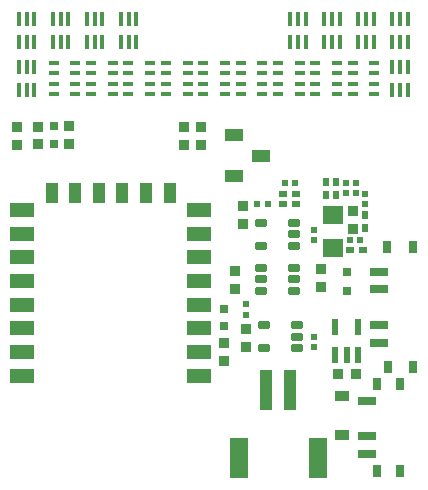
<source format=gbp>
G04*
G04 #@! TF.GenerationSoftware,Altium Limited,Altium Designer,19.1.7 (138)*
G04*
G04 Layer_Color=128*
%FSLAX43Y43*%
%MOMM*%
G71*
G01*
G75*
%ADD20R,0.660X0.559*%
%ADD21R,1.800X1.600*%
%ADD22R,0.540X0.600*%
%ADD23R,0.600X0.540*%
%ADD25R,0.559X0.660*%
%ADD35R,0.800X1.000*%
%ADD49R,0.800X0.800*%
%ADD50R,0.930X0.890*%
%ADD97R,1.600X1.000*%
%ADD98R,0.950X0.950*%
%ADD99R,0.356X1.168*%
%ADD100R,0.600X1.350*%
%ADD101R,1.500X3.400*%
%ADD102R,1.000X3.500*%
G04:AMPARAMS|DCode=103|XSize=0.6mm|YSize=1mm|CornerRadius=0.051mm|HoleSize=0mm|Usage=FLASHONLY|Rotation=90.000|XOffset=0mm|YOffset=0mm|HoleType=Round|Shape=RoundedRectangle|*
%AMROUNDEDRECTD103*
21,1,0.600,0.898,0,0,90.0*
21,1,0.498,1.000,0,0,90.0*
1,1,0.102,0.449,0.249*
1,1,0.102,0.449,-0.249*
1,1,0.102,-0.449,-0.249*
1,1,0.102,-0.449,0.249*
%
%ADD103ROUNDEDRECTD103*%
%ADD104R,2.000X1.200*%
%ADD105R,1.100X1.700*%
%ADD106R,1.500X0.700*%
%ADD107R,0.950X0.950*%
%ADD108R,1.220X0.910*%
%ADD109R,0.660X0.762*%
%ADD110R,0.889X0.457*%
%ADD111R,0.660X0.508*%
D20*
X30171Y9425D02*
D03*
X29079D02*
D03*
X24521Y14150D02*
D03*
X23429D02*
D03*
D21*
X27600Y12400D02*
D03*
Y9600D02*
D03*
D22*
X21236Y13300D02*
D03*
X22100D02*
D03*
X29957Y10250D02*
D03*
X29093D02*
D03*
X24407Y15075D02*
D03*
X23543D02*
D03*
D23*
X28725Y15082D02*
D03*
Y14218D02*
D03*
X29550Y15082D02*
D03*
Y14218D02*
D03*
X26000Y2064D02*
D03*
Y1200D02*
D03*
X26000Y11132D02*
D03*
Y10268D02*
D03*
X20300Y4832D02*
D03*
Y3968D02*
D03*
X30375Y13343D02*
D03*
Y14207D02*
D03*
D25*
X27050Y15196D02*
D03*
Y14104D02*
D03*
X27900Y15196D02*
D03*
Y14104D02*
D03*
X30300Y12421D02*
D03*
Y11329D02*
D03*
D35*
X31335Y-1950D02*
D03*
X33265D02*
D03*
Y-9250D02*
D03*
X31335D02*
D03*
X32186Y9680D02*
D03*
X34421D02*
D03*
X32262Y-480D02*
D03*
X34421D02*
D03*
D49*
X4050Y19925D02*
D03*
Y18425D02*
D03*
X18400Y2975D02*
D03*
Y4475D02*
D03*
D50*
X29300Y12745D02*
D03*
Y11205D02*
D03*
X20300Y1230D02*
D03*
Y2770D02*
D03*
X26600Y7840D02*
D03*
Y6300D02*
D03*
X19300Y7670D02*
D03*
Y6130D02*
D03*
X20000Y13170D02*
D03*
Y11630D02*
D03*
D97*
X21575Y17425D02*
D03*
X19275Y15675D02*
D03*
Y19175D02*
D03*
D98*
X16425Y19850D02*
D03*
Y18350D02*
D03*
X15000Y19850D02*
D03*
Y18350D02*
D03*
X18400Y1550D02*
D03*
Y50D02*
D03*
X5250Y19900D02*
D03*
Y18400D02*
D03*
X875Y19850D02*
D03*
Y18350D02*
D03*
X2650Y19875D02*
D03*
Y18375D02*
D03*
D99*
X2350Y29003D02*
D03*
X1700D02*
D03*
X2350Y27047D02*
D03*
X1700D02*
D03*
X1050Y29003D02*
D03*
Y27047D02*
D03*
X5225Y29003D02*
D03*
X4575D02*
D03*
X5225Y27047D02*
D03*
X4575D02*
D03*
X3925Y29003D02*
D03*
Y27047D02*
D03*
X8100Y29003D02*
D03*
X7450D02*
D03*
X8100Y27047D02*
D03*
X7450D02*
D03*
X6800Y29003D02*
D03*
Y27047D02*
D03*
X10975Y29003D02*
D03*
X10325D02*
D03*
X10975Y27047D02*
D03*
X10325D02*
D03*
X9675Y29003D02*
D03*
Y27047D02*
D03*
X25325Y29003D02*
D03*
X24675D02*
D03*
X25325Y27047D02*
D03*
X24675D02*
D03*
X24025Y29003D02*
D03*
Y27047D02*
D03*
X28200Y29003D02*
D03*
X27550D02*
D03*
X28200Y27047D02*
D03*
X27550D02*
D03*
X26900Y29003D02*
D03*
Y27047D02*
D03*
X31075Y29003D02*
D03*
X30425D02*
D03*
X31075Y27047D02*
D03*
X30425D02*
D03*
X29775Y29003D02*
D03*
Y27047D02*
D03*
X33950Y29003D02*
D03*
X33300D02*
D03*
X33950Y27047D02*
D03*
X33300D02*
D03*
X32650Y29003D02*
D03*
Y27047D02*
D03*
X33950Y24928D02*
D03*
Y22972D02*
D03*
X33300Y24928D02*
D03*
X32650D02*
D03*
Y22972D02*
D03*
X33300D02*
D03*
X1050D02*
D03*
X1700D02*
D03*
X2350D02*
D03*
Y24928D02*
D03*
X1700D02*
D03*
X1050D02*
D03*
D100*
X29725Y515D02*
D03*
X28775D02*
D03*
X27825D02*
D03*
Y2885D02*
D03*
X29725D02*
D03*
D101*
X19650Y-8200D02*
D03*
X26350D02*
D03*
D102*
X22000Y-2450D02*
D03*
X24000D02*
D03*
D103*
X24575Y3050D02*
D03*
Y2100D02*
D03*
Y1150D02*
D03*
X21825D02*
D03*
Y3050D02*
D03*
X21550Y6000D02*
D03*
Y6950D02*
D03*
Y7900D02*
D03*
X24300D02*
D03*
Y6950D02*
D03*
Y6000D02*
D03*
X21550Y11700D02*
D03*
Y9800D02*
D03*
X24300D02*
D03*
Y10750D02*
D03*
Y11700D02*
D03*
D104*
X1300Y-1200D02*
D03*
Y800D02*
D03*
Y2800D02*
D03*
Y4800D02*
D03*
Y6800D02*
D03*
Y8800D02*
D03*
Y10800D02*
D03*
Y12800D02*
D03*
X16300D02*
D03*
Y10800D02*
D03*
Y8800D02*
D03*
Y6800D02*
D03*
Y4800D02*
D03*
Y2800D02*
D03*
Y800D02*
D03*
Y-1200D02*
D03*
D105*
X3800Y14300D02*
D03*
X5800D02*
D03*
X7800D02*
D03*
X9800D02*
D03*
X11800D02*
D03*
X13800D02*
D03*
D106*
X30550Y-6350D02*
D03*
Y-7850D02*
D03*
Y-3350D02*
D03*
X31500Y7600D02*
D03*
Y6096D02*
D03*
Y3100D02*
D03*
Y1600D02*
D03*
D107*
X28050Y-1100D02*
D03*
X29550D02*
D03*
D108*
X28400Y-2965D02*
D03*
Y-6235D02*
D03*
D109*
X28825Y5924D02*
D03*
Y7575D02*
D03*
D110*
X29300Y22611D02*
D03*
Y23500D02*
D03*
Y24389D02*
D03*
Y25278D02*
D03*
X31129D02*
D03*
Y24389D02*
D03*
Y23500D02*
D03*
Y22611D02*
D03*
X26136Y22617D02*
D03*
Y23506D02*
D03*
Y24395D02*
D03*
Y25284D02*
D03*
X27964D02*
D03*
Y24395D02*
D03*
Y23506D02*
D03*
Y22617D02*
D03*
X22986D02*
D03*
Y23506D02*
D03*
Y24395D02*
D03*
Y25284D02*
D03*
X24814D02*
D03*
Y24395D02*
D03*
Y23506D02*
D03*
Y22617D02*
D03*
X19811D02*
D03*
Y23506D02*
D03*
Y24395D02*
D03*
Y25284D02*
D03*
X21639D02*
D03*
Y24395D02*
D03*
Y23506D02*
D03*
Y22617D02*
D03*
X16636D02*
D03*
Y23506D02*
D03*
Y24395D02*
D03*
Y25284D02*
D03*
X18464D02*
D03*
Y24395D02*
D03*
Y23506D02*
D03*
Y22617D02*
D03*
X15314Y25284D02*
D03*
Y24395D02*
D03*
Y23506D02*
D03*
Y22617D02*
D03*
X13486D02*
D03*
Y23506D02*
D03*
Y24395D02*
D03*
Y25284D02*
D03*
X12139D02*
D03*
Y24395D02*
D03*
Y23506D02*
D03*
Y22617D02*
D03*
X10311D02*
D03*
Y23506D02*
D03*
Y24395D02*
D03*
Y25284D02*
D03*
X8964D02*
D03*
Y24395D02*
D03*
Y23506D02*
D03*
Y22617D02*
D03*
X7136D02*
D03*
Y23506D02*
D03*
Y24395D02*
D03*
Y25284D02*
D03*
X5800Y25278D02*
D03*
Y24389D02*
D03*
Y23500D02*
D03*
Y22611D02*
D03*
X3971D02*
D03*
Y23500D02*
D03*
Y24389D02*
D03*
Y25278D02*
D03*
D111*
X23433Y13300D02*
D03*
X24500D02*
D03*
M02*

</source>
